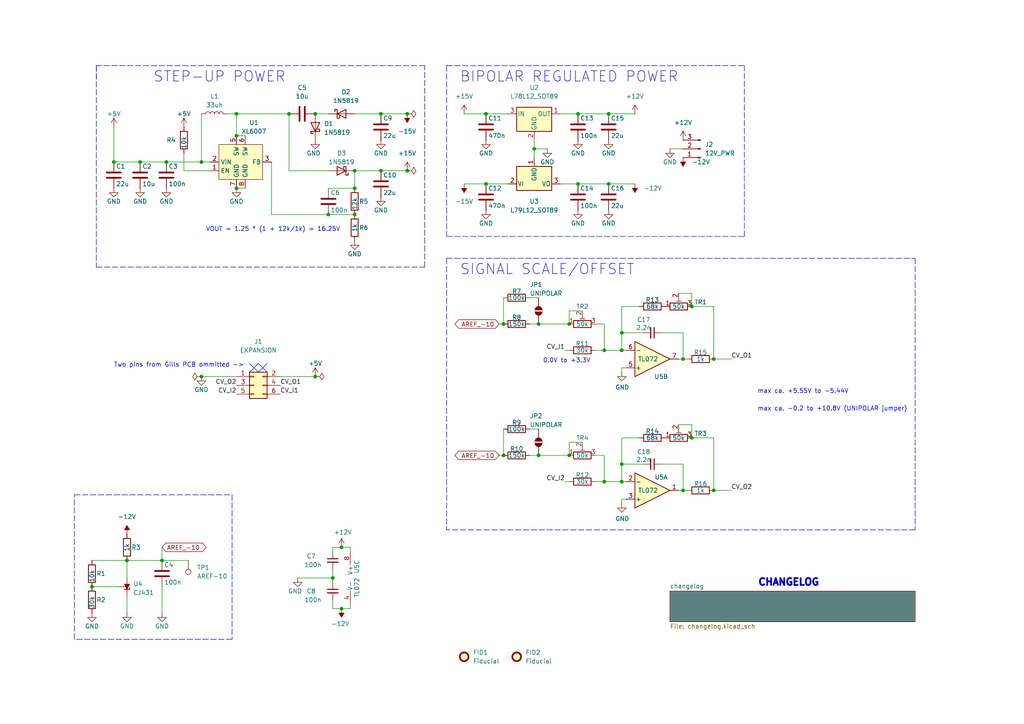
<source format=kicad_sch>
(kicad_sch (version 20250114) (generator "eeschema") (generator_version "9.0")
  (paper "A4")
  (title_block (date "2024-11-08") (rev "v0.3"))
  (lib_symbols
    (symbol "Amplifier_Operational:TL072" (pin_names (offset 0.127))
      (property "Reference" "U" (at 0 5.08 0))
      (property "Value" "TL072" (at 0 -5.08 0))
      (symbol "TL072_1_1"
        (polyline (pts (xy -5.08 5.08) (xy 5.08 0) (xy -5.08 -5.08) (xy -5.08 5.08)) (stroke (width 0.254)) (fill (type background)))
        (pin input line (at -7.62 2.54 0) (length 2.54) (name "+") (number "3"))
        (pin input line (at -7.62 -2.54 0) (length 2.54) (name "-") (number "2"))
        (pin output line (at 7.62 0 180) (length 2.54) (name "~") (number "1"))
      )
      (symbol "TL072_2_1"
        (polyline (pts (xy -5.08 5.08) (xy 5.08 0) (xy -5.08 -5.08) (xy -5.08 5.08)) (stroke (width 0.254)) (fill (type background)))
        (pin input line (at -7.62 2.54 0) (length 2.54) (name "+") (number "5"))
        (pin input line (at -7.62 -2.54 0) (length 2.54) (name "-") (number "6"))
        (pin output line (at 7.62 0 180) (length 2.54) (name "~") (number "7"))
      )
      (symbol "TL072_3_1"
        (pin power_in line (at -2.54 7.62 270) (length 3.81) (name "V+") (number "8"))
        (pin power_in line (at -2.54 -7.62 90) (length 3.81) (name "V-") (number "4"))
      )
    )
    (symbol "Connector:Conn_01x03_Pin" (pin_names (offset 1.016) (hide yes))
      (property "Reference" "J" (at 0 5.08 0))
      (property "Value" "Conn_01x03_Pin" (at 0 -5.08 0))
      (symbol "Conn_01x03_Pin_1_1"
        (rectangle (start 0.8636 2.667) (end 0 2.413) (stroke (width 0.1524)) (fill (type outline)))
        (rectangle (start 0.8636 0.127) (end 0 -0.127) (stroke (width 0.1524)) (fill (type outline)))
        (rectangle (start 0.8636 -2.413) (end 0 -2.667) (stroke (width 0.1524)) (fill (type outline)))
        (polyline (pts (xy 1.27 2.54) (xy 0.8636 2.54)) (stroke (width 0.1524)))
        (polyline (pts (xy 1.27 0) (xy 0.8636 0)) (stroke (width 0.1524)))
        (polyline (pts (xy 1.27 -2.54) (xy 0.8636 -2.54)) (stroke (width 0.1524)))
        (pin passive line (at 5.08 2.54 180) (length 3.81) (name "Pin_1") (number "1"))
        (pin passive line (at 5.08 0 180) (length 3.81) (name "Pin_2") (number "2"))
        (pin passive line (at 5.08 -2.54 180) (length 3.81) (name "Pin_3") (number "3"))
      )
    )
    (symbol "Connector:TestPoint" (pin_numbers (hide yes)) (pin_names (offset 0.762) (hide yes))
      (property "Reference" "TP" (at 0 6.858 0))
      (property "Value" "TestPoint" (at 0 5.08 0))
      (symbol "TestPoint_0_1"
        (circle (center 0 3.302) (radius 0.762))
      )
      (symbol "TestPoint_1_1"
        (pin passive line (at 0 0 90) (length 2.54) (name "1") (number "1"))
      )
    )
    (symbol "Connector_Generic:Conn_02x03_Odd_Even" (pin_names (offset 1.016) (hide yes))
      (property "Reference" "J" (at 1.27 5.08 0))
      (property "Value" "Conn_02x03_Odd_Even" (at 1.27 -5.08 0))
      (symbol "Conn_02x03_Odd_Even_1_1"
        (rectangle (start -1.27 3.81) (end 3.81 -3.81) (stroke (width 0.254)) (fill (type background)))
        (rectangle (start -1.27 2.667) (end 0 2.413) (stroke (width 0.1524)))
        (rectangle (start -1.27 0.127) (end 0 -0.127) (stroke (width 0.1524)))
        (rectangle (start -1.27 -2.413) (end 0 -2.667) (stroke (width 0.1524)))
        (rectangle (start 3.81 2.667) (end 2.54 2.413) (stroke (width 0.1524)))
        (rectangle (start 3.81 0.127) (end 2.54 -0.127) (stroke (width 0.1524)))
        (rectangle (start 3.81 -2.413) (end 2.54 -2.667) (stroke (width 0.1524)))
        (pin passive line (at -5.08 2.54 0) (length 3.81) (name "Pin_1") (number "1"))
        (pin passive line (at -5.08 0 0) (length 3.81) (name "Pin_3") (number "3"))
        (pin passive line (at -5.08 -2.54 0) (length 3.81) (name "Pin_5") (number "5"))
        (pin passive line (at 7.62 2.54 180) (length 3.81) (name "Pin_2") (number "2"))
        (pin passive line (at 7.62 0 180) (length 3.81) (name "Pin_4") (number "4"))
        (pin passive line (at 7.62 -2.54 180) (length 3.81) (name "Pin_6") (number "6"))
      )
    )
    (symbol "Device:C" (pin_numbers (hide yes)) (pin_names (offset 0.254))
      (property "Reference" "C" (at 0.635 2.54 0))
      (property "Value" "C" (at 0.635 -2.54 0))
      (symbol "C_0_1"
        (polyline (pts (xy -2.032 0.762) (xy 2.032 0.762)) (stroke (width 0.508)))
        (polyline (pts (xy -2.032 -0.762) (xy 2.032 -0.762)) (stroke (width 0.508)))
      )
      (symbol "C_1_1"
        (pin passive line (at 0 3.81 270) (length 2.794) (name "~") (number "1"))
        (pin passive line (at 0 -3.81 90) (length 2.794) (name "~") (number "2"))
      )
    )
    (symbol "Device:C_Small" (pin_numbers (hide yes)) (pin_names (offset 0.254) (hide yes))
      (property "Reference" "C" (at 0.254 1.778 0))
      (property "Value" "C_Small" (at 0.254 -2.032 0))
      (symbol "C_Small_0_1"
        (polyline (pts (xy -1.524 0.508) (xy 1.524 0.508)) (stroke (width 0.3048)))
        (polyline (pts (xy -1.524 -0.508) (xy 1.524 -0.508)) (stroke (width 0.3302)))
      )
      (symbol "C_Small_1_1"
        (pin passive line (at 0 2.54 270) (length 2.032) (name "~") (number "1"))
        (pin passive line (at 0 -2.54 90) (length 2.032) (name "~") (number "2"))
      )
    )
    (symbol "Device:D_Schottky" (pin_numbers (hide yes)) (pin_names (offset 1.016) (hide yes))
      (property "Reference" "D" (at 0 2.54 0))
      (property "Value" "D_Schottky" (at 0 -2.54 0))
      (symbol "D_Schottky_0_1"
        (polyline (pts (xy -1.905 0.635) (xy -1.905 1.27) (xy -1.27 1.27) (xy -1.27 -1.27) (xy -0.635 -1.27) (xy -0.635 -0.635)) (stroke (width 0.254)))
        (polyline (pts (xy 1.27 1.27) (xy 1.27 -1.27) (xy -1.27 0) (xy 1.27 1.27)) (stroke (width 0.254)))
        (polyline (pts (xy 1.27 0) (xy -1.27 0)))
      )
      (symbol "D_Schottky_1_1"
        (pin passive line (at -3.81 0 0) (length 2.54) (name "K") (number "1"))
        (pin passive line (at 3.81 0 180) (length 2.54) (name "A") (number "2"))
      )
    )
    (symbol "Device:L" (pin_numbers (hide yes)) (pin_names (offset 1.016) (hide yes))
      (property "Reference" "L" (at -1.27 0 90))
      (property "Value" "L" (at 1.905 0 90))
      (symbol "L_0_1"
        (arc (start 0 2.54) (mid 0.6323 1.905) (end 0 1.27))
        (arc (start 0 1.27) (mid 0.6323 0.635) (end 0 0))
        (arc (start 0 0) (mid 0.6323 -0.635) (end 0 -1.27))
        (arc (start 0 -1.27) (mid 0.6323 -1.905) (end 0 -2.54))
      )
      (symbol "L_1_1"
        (pin passive line (at 0 3.81 270) (length 1.27) (name "1") (number "1"))
        (pin passive line (at 0 -3.81 90) (length 1.27) (name "2") (number "2"))
      )
    )
    (symbol "Device:R" (pin_numbers (hide yes)) (pin_names (offset 0))
      (property "Reference" "R" (at 2.032 0 90))
      (property "Value" "R" (at 0 0 90))
      (symbol "R_0_1"
        (rectangle (start -1.016 -2.54) (end 1.016 2.54) (stroke (width 0.254)))
      )
      (symbol "R_1_1"
        (pin passive line (at 0 3.81 270) (length 1.27) (name "~") (number "1"))
        (pin passive line (at 0 -3.81 90) (length 1.27) (name "~") (number "2"))
      )
    )
    (symbol "Jumper:SolderJumper_2_Open" (pin_numbers (hide yes)) (pin_names (offset 0) (hide yes)) (in_bom no)
      (property "Reference" "JP" (at 0 2.032 0))
      (property "Value" "SolderJumper_2_Open" (at 0 -2.54 0))
      (symbol "SolderJumper_2_Open_0_1"
        (polyline (pts (xy -0.254 1.016) (xy -0.254 -1.016)))
        (arc (start -0.254 -1.016) (mid -1.2656 0) (end -0.254 1.016))
        (arc (start -0.254 -1.016) (mid -1.2656 0) (end -0.254 1.016) (fill (type outline)))
        (arc (start 0.254 1.016) (mid 1.2656 0) (end 0.254 -1.016))
        (arc (start 0.254 1.016) (mid 1.2656 0) (end 0.254 -1.016) (fill (type outline)))
        (polyline (pts (xy 0.254 1.016) (xy 0.254 -1.016)))
      )
      (symbol "SolderJumper_2_Open_1_1"
        (pin passive line (at -3.81 0 0) (length 2.54) (name "A") (number "1"))
        (pin passive line (at 3.81 0 180) (length 2.54) (name "B") (number "2"))
      )
    )
    (symbol "Mechanical:Fiducial"
      (property "Reference" "FID" (at 0 5.08 0))
      (property "Value" "Fiducial" (at 0 3.175 0))
      (symbol "Fiducial_0_1"
        (circle (center 0 0) (radius 1.27) (stroke (width 0.508)) (fill (type background)))
      )
    )
    (symbol "New_Library:R_POT_TRIM" (pin_names (offset 1.016) (hide yes))
      (property "Reference" "TR1" (at -2.54 0 90))
      (property "Value" "50k" (at 0 0 90))
      (symbol "R_POT_TRIM_0_1"
        (rectangle (start 1.016 2.54) (end -1.016 -2.54) (stroke (width 0.254)))
        (polyline (pts (xy 1.524 0.762) (xy 1.524 -0.762)))
        (polyline (pts (xy 2.54 0) (xy 1.524 0)))
      )
      (symbol "R_POT_TRIM_1_1"
        (pin passive line (at 0 3.81 270) (length 1.27) (name "1") (number "1"))
        (pin passive line (at 0 -3.81 90) (length 1.27) (name "3") (number "3"))
        (pin passive line (at 3.81 0 180) (length 1.27) (name "2") (number "2"))
      )
    )
    (symbol "New_Library:XL6007"
      (property "Reference" "U17" (at 3.81 11.43 0))
      (property "Value" "XL6007" (at 3.81 8.89 0))
      (symbol "XL6007_0_1"
        (rectangle (start -6.35 5.08) (end 6.35 -5.08) (fill (type background)))
      )
      (symbol "XL6007_1_1"
        (pin power_in line (at -8.89 0 0) (length 2.54) (name "VIN") (number "2"))
        (pin input line (at -8.89 -2.54 0) (length 2.54) (name "EN") (number "1"))
        (pin passive line (at -1.27 7.62 270) (length 2.54) (name "SW") (number "5"))
        (pin passive line (at -1.27 -7.62 90) (length 2.54) (name "GND") (number "7"))
        (pin passive line (at -1.27 -7.62 90) (length 2.54) (hide yes) (name "GND") (number "9"))
        (pin passive line (at 1.27 7.62 270) (length 2.54) (name "SW") (number "6"))
        (pin passive line (at 1.27 -7.62 90) (length 2.54) (name "GND") (number "8"))
        (pin no_connect line (at 3.81 -7.62 90) (length 2.54) (hide yes) (name "NC") (number "4"))
        (pin input line (at 8.89 0 180) (length 2.54) (name "FB") (number "3"))
      )
    )
    (symbol "Reference_Voltage:TL432DBZ" (pin_numbers (hide yes)) (pin_names (hide yes))
      (property "Reference" "U" (at -2.54 2.54 0))
      (property "Value" "TL432DBZ" (at 0 -2.54 0))
      (symbol "TL432DBZ_0_1"
        (polyline (pts (xy -1.27 0) (xy 0 0) (xy 1.27 0)))
        (polyline (pts (xy -0.762 -0.762) (xy -0.762 0.762) (xy 0.762 0) (xy -0.762 -0.762)) (fill (type outline)))
        (polyline (pts (xy 0.254 -0.762) (xy 0.762 -0.762) (xy 0.762 0.762) (xy 0.762 0.762)) (stroke (width 0.254)))
      )
      (symbol "TL432DBZ_1_1"
        (pin passive line (at -2.54 0 0) (length 1.27) (name "A") (number "3"))
        (pin passive line (at 0 2.54 270) (length 2.54) (name "REF") (number "1"))
        (pin passive line (at 2.54 0 180) (length 1.27) (name "K") (number "2"))
      )
    )
    (symbol "Regulator_Linear:L78L12_SOT89" (pin_names (offset 0.254))
      (property "Reference" "U" (at -3.81 3.175 0))
      (property "Value" "L78L12_SOT89" (at -0.635 3.175 0))
      (symbol "L78L12_SOT89_0_1"
        (rectangle (start -5.08 1.905) (end 5.08 -5.08) (stroke (width 0.254)) (fill (type background)))
      )
      (symbol "L78L12_SOT89_1_1"
        (pin power_in line (at -7.62 0 0) (length 2.54) (name "IN") (number "3"))
        (pin power_in line (at 0 -7.62 90) (length 2.54) (name "GND") (number "2"))
        (pin power_out line (at 7.62 0 180) (length 2.54) (name "OUT") (number "1"))
      )
    )
    (symbol "Regulator_Linear:L79L12_SOT89" (pin_names (offset 0.254))
      (property "Reference" "U" (at -3.81 -3.175 0))
      (property "Value" "L79L12_SOT89" (at 0 -3.175 0))
      (symbol "L79L12_SOT89_0_1"
        (rectangle (start -5.08 5.08) (end 5.08 -1.905) (stroke (width 0.254)) (fill (type background)))
      )
      (symbol "L79L12_SOT89_1_1"
        (pin power_in line (at -7.62 0 0) (length 2.54) (name "VI") (number "2"))
        (pin power_in line (at 0 7.62 270) (length 2.54) (name "GND") (number "1"))
        (pin power_out line (at 7.62 0 180) (length 2.54) (name "VO") (number "3"))
      )
    )
    (symbol "power:+12V" (power) (pin_numbers (hide yes)) (pin_names (offset 0) (hide yes))
      (property "Value" "+12V" (at 0 3.556 0))
      (symbol "+12V_0_1"
        (polyline (pts (xy -0.762 1.27) (xy 0 2.54)))
        (polyline (pts (xy 0 2.54) (xy 0.762 1.27)))
        (polyline (pts (xy 0 0) (xy 0 2.54)))
      )
      (symbol "+12V_1_1"
        (pin power_in line (at 0 0 90) (length 0) (name "~") (number "1"))
      )
    )
    (symbol "power:+15V" (power) (pin_numbers (hide yes)) (pin_names (offset 0) (hide yes))
      (property "Value" "+15V" (at 0 3.556 0))
      (symbol "+15V_0_1"
        (polyline (pts (xy -0.762 1.27) (xy 0 2.54)))
        (polyline (pts (xy 0 2.54) (xy 0.762 1.27)))
        (polyline (pts (xy 0 0) (xy 0 2.54)))
      )
      (symbol "+15V_1_1"
        (pin power_in line (at 0 0 90) (length 0) (name "~") (number "1"))
      )
    )
    (symbol "power:+5V" (power) (pin_numbers (hide yes)) (pin_names (offset 0) (hide yes))
      (property "Value" "+5V" (at 0 3.556 0))
      (symbol "+5V_0_1"
        (polyline (pts (xy -0.762 1.27) (xy 0 2.54)))
        (polyline (pts (xy 0 2.54) (xy 0.762 1.27)))
        (polyline (pts (xy 0 0) (xy 0 2.54)))
      )
      (symbol "+5V_1_1"
        (pin power_in line (at 0 0 90) (length 0) (name "~") (number "1"))
      )
    )
    (symbol "power:-12V" (power) (pin_numbers (hide yes)) (pin_names (offset 0) (hide yes))
      (property "Value" "-12V" (at 0 3.556 0))
      (symbol "-12V_0_0"
        (pin power_in line (at 0 0 90) (length 0) (name "~") (number "1"))
      )
      (symbol "-12V_0_1"
        (polyline (pts (xy 0 0) (xy 0 1.27) (xy 0.762 1.27) (xy 0 2.54) (xy -0.762 1.27) (xy 0 1.27)) (fill (type outline)))
      )
    )
    (symbol "power:-15V" (power) (pin_numbers (hide yes)) (pin_names (offset 0) (hide yes))
      (property "Value" "-15V" (at 0 3.556 0))
      (symbol "-15V_0_0"
        (pin power_in line (at 0 0 90) (length 0) (name "~") (number "1"))
      )
      (symbol "-15V_0_1"
        (polyline (pts (xy 0 0) (xy 0 1.27) (xy 0.762 1.27) (xy 0 2.54) (xy -0.762 1.27) (xy 0 1.27)) (fill (type outline)))
      )
    )
    (symbol "power:GND" (power) (pin_numbers (hide yes)) (pin_names (offset 0) (hide yes))
      (property "Value" "GND" (at 0 -3.81 0))
      (symbol "GND_0_1"
        (polyline (pts (xy 0 0) (xy 0 -1.27) (xy 1.27 -1.27) (xy 0 -2.54) (xy -1.27 -1.27) (xy 0 -1.27)))
      )
      (symbol "GND_1_1"
        (pin power_in line (at 0 0 270) (length 0) (name "~") (number "1"))
      )
    )
    (symbol "power:PWR_FLAG" (power) (pin_numbers (hide yes)) (pin_names (offset 0) (hide yes))
      (property "Value" "PWR_FLAG" (at 0 3.81 0))
      (symbol "PWR_FLAG_0_0"
        (pin power_out line (at 0 0 90) (length 0) (name "~") (number "1"))
      )
      (symbol "PWR_FLAG_0_1"
        (polyline (pts (xy 0 0) (xy 0 1.27) (xy -1.016 1.905) (xy 0 2.54) (xy 1.016 1.905) (xy 0 1.27)))
      )
    )
  )
  (text "max ca. +5.55V to -5.44V" (at 219.71 114.3 0) (effects (font (size 1.27 1.27)) (justify left bottom)))
  (text "0.0V to +3.3V" (at 157.48 105.41 0) (effects (font (size 1.27 1.27)) (justify left bottom)))
  (text "VOUT = 1.25 * (1 + 12k/1k) = 16.25V" (at 59.69 67.31 0) (effects (font (size 1.27 1.27)) (justify left bottom)))
  (text "SIGNAL SCALE/OFFSET" (at 133.35 80.01 0) (effects (font (size 3 3)) (justify left bottom)))
  (text "STEP-UP POWER" (at 44.45 24.13 0) (effects (font (size 3 3)) (justify left bottom)))
  (text "CHANGELOG" (at 219.71 170.18 0) (effects (font (size 2 2) (thickness 0.6) (bold yes)) (justify left bottom)))
  (text "max ca. -0.2 to +10.8V (UNIPOLAR jumper)" (at 219.71 119.38 0) (effects (font (size 1.27 1.27)) (justify left bottom)))
  (text "Two pins from Gills PCB ommitted ->" (at 33.02 106.68 0) (effects (font (size 1.27 1.27)) (justify left bottom)))
  (text "BIPOLAR REGULATED POWER" (at 133.35 24.13 0) (effects (font (size 3 3)) (justify left bottom)))
  (junction (at 140.97 53.34))
  (junction (at 99.06 158.75))
  (junction (at 175.26 139.7))
  (junction (at 207.01 104.14))
  (junction (at 118.11 33.02))
  (junction (at 110.49 49.53))
  (junction (at 40.64 46.99))
  (junction (at 154.94 43.18))
  (junction (at 96.52 167.64))
  (junction (at 180.34 139.7))
  (junction (at 110.49 33.02))
  (junction (at 48.26 46.99))
  (junction (at 165.1 93.98))
  (junction (at 146.05 132.08))
  (junction (at 180.34 96.52))
  (junction (at 200.66 88.9))
  (junction (at 99.06 176.53))
  (junction (at 95.25 62.23))
  (junction (at 102.87 62.23))
  (junction (at 165.1 132.08))
  (junction (at 207.01 142.24))
  (junction (at 176.53 53.34))
  (junction (at 26.67 170.18))
  (junction (at 46.99 162.56))
  (junction (at 156.21 132.08))
  (junction (at 140.97 33.02))
  (junction (at 33.02 46.99))
  (junction (at 167.64 53.34))
  (junction (at 156.21 93.98))
  (junction (at 91.44 109.22))
  (junction (at 102.87 49.53))
  (junction (at 68.58 39.37))
  (junction (at 180.34 101.6))
  (junction (at 58.42 109.22))
  (junction (at 58.42 46.99))
  (junction (at 83.82 33.02))
  (junction (at 198.12 104.14))
  (junction (at 36.83 162.56))
  (junction (at 200.66 127))
  (junction (at 198.12 142.24))
  (junction (at 180.34 134.62))
  (junction (at 176.53 33.02))
  (junction (at 102.87 54.61))
  (junction (at 146.05 93.98))
  (junction (at 175.26 101.6))
  (junction (at 68.58 54.61))
  (junction (at 91.44 33.02))
  (junction (at 167.64 33.02))
  (junction (at 68.58 33.02))
  (junction (at 118.11 49.53))
  (wire (pts (xy 172.72 93.98) (xy 175.26 93.98)))
  (wire (pts (xy 102.87 49.53) (xy 102.87 54.61)))
  (wire (pts (xy 191.77 96.52) (xy 198.12 96.52)))
  (wire (pts (xy 156.21 132.08) (xy 165.1 132.08)))
  (wire (pts (xy 200.66 85.09) (xy 200.66 88.9)))
  (wire (pts (xy 68.58 39.37) (xy 71.12 39.37)))
  (wire (pts (xy 207.01 88.9) (xy 207.01 104.14)))
  (wire (pts (xy 186.69 96.52) (xy 180.34 96.52)))
  (wire (pts (xy 78.74 62.23) (xy 95.25 62.23)))
  (polyline (pts (xy 27.94 77.47) (xy 123.19 77.47)) (stroke (width 0) (type dash)))
  (wire (pts (xy 154.94 43.18) (xy 154.94 45.72)))
  (wire (pts (xy 91.44 33.02) (xy 95.25 33.02)))
  (wire (pts (xy 96.52 173.99) (xy 96.52 176.53)))
  (wire (pts (xy 168.91 90.17) (xy 165.1 90.17)))
  (polyline (pts (xy 27.94 19.05) (xy 27.94 22.86)) (stroke (width 0) (type dash)))
  (wire (pts (xy 83.82 49.53) (xy 95.25 49.53)))
  (wire (pts (xy 180.34 139.7) (xy 181.61 139.7)))
  (wire (pts (xy 198.12 134.62) (xy 198.12 142.24)))
  (wire (pts (xy 165.1 128.27) (xy 165.1 132.08)))
  (wire (pts (xy 53.34 44.45) (xy 53.34 49.53)))
  (polyline (pts (xy 77.47 107.95) (xy 74.93 105.41)) (stroke (width 0) (type solid)))
  (wire (pts (xy 191.77 134.62) (xy 198.12 134.62)))
  (wire (pts (xy 96.52 158.75) (xy 99.06 158.75)))
  (wire (pts (xy 58.42 33.02) (xy 58.42 46.99)))
  (wire (pts (xy 180.34 106.68) (xy 181.61 106.68)))
  (wire (pts (xy 40.64 46.99) (xy 48.26 46.99)))
  (wire (pts (xy 83.82 33.02) (xy 83.82 49.53)))
  (wire (pts (xy 180.34 88.9) (xy 185.42 88.9)))
  (wire (pts (xy 134.62 33.02) (xy 140.97 33.02)))
  (wire (pts (xy 163.83 101.6) (xy 165.1 101.6)))
  (wire (pts (xy 162.56 33.02) (xy 167.64 33.02)))
  (wire (pts (xy 99.06 158.75) (xy 101.6 158.75)))
  (wire (pts (xy 54.61 162.56) (xy 46.99 162.56)))
  (wire (pts (xy 180.34 101.6) (xy 180.34 96.52)))
  (wire (pts (xy 167.64 33.02) (xy 176.53 33.02)))
  (wire (pts (xy 99.06 176.53) (xy 101.6 176.53)))
  (wire (pts (xy 200.66 127) (xy 207.01 127)))
  (polyline (pts (xy 129.54 19.05) (xy 129.54 68.58)) (stroke (width 0) (type dash)))
  (wire (pts (xy 172.72 101.6) (xy 175.26 101.6)))
  (wire (pts (xy 196.85 123.19) (xy 200.66 123.19)))
  (wire (pts (xy 180.34 101.6) (xy 181.61 101.6)))
  (polyline (pts (xy 123.19 19.05) (xy 27.94 19.05)) (stroke (width 0) (type dash)))
  (wire (pts (xy 167.64 53.34) (xy 176.53 53.34)))
  (wire (pts (xy 68.58 33.02) (xy 68.58 39.37)))
  (wire (pts (xy 144.78 93.98) (xy 146.05 93.98)))
  (wire (pts (xy 36.83 162.56) (xy 46.99 162.56)))
  (wire (pts (xy 172.72 139.7) (xy 175.26 139.7)))
  (wire (pts (xy 156.21 93.98) (xy 153.67 93.98)))
  (wire (pts (xy 134.62 53.34) (xy 140.97 53.34)))
  (wire (pts (xy 40.64 46.99) (xy 33.02 46.99)))
  (wire (pts (xy 26.67 162.56) (xy 36.83 162.56)))
  (polyline (pts (xy 265.43 74.93) (xy 265.43 153.67)) (stroke (width 0) (type dash)))
  (polyline (pts (xy 129.54 74.93) (xy 129.54 153.67)) (stroke (width 0) (type dash)))
  (wire (pts (xy 53.34 49.53) (xy 60.96 49.53)))
  (wire (pts (xy 175.26 139.7) (xy 175.26 132.08)))
  (wire (pts (xy 207.01 127) (xy 207.01 142.24)))
  (wire (pts (xy 165.1 90.17) (xy 165.1 93.98)))
  (wire (pts (xy 118.11 33.02) (xy 110.49 33.02)))
  (polyline (pts (xy 27.94 19.05) (xy 27.94 77.47)) (stroke (width 0) (type dash)))
  (wire (pts (xy 96.52 167.64) (xy 96.52 168.91)))
  (wire (pts (xy 101.6 176.53) (xy 101.6 175.26)))
  (wire (pts (xy 95.25 54.61) (xy 102.87 54.61)))
  (polyline (pts (xy 21.59 185.42) (xy 21.59 143.51)) (stroke (width 0) (type dash)))
  (wire (pts (xy 186.69 134.62) (xy 180.34 134.62)))
  (wire (pts (xy 207.01 142.24) (xy 212.09 142.24)))
  (polyline (pts (xy 265.43 153.67) (xy 129.54 153.67)) (stroke (width 0) (type dash)))
  (wire (pts (xy 102.87 49.53) (xy 110.49 49.53)))
  (wire (pts (xy 196.85 85.09) (xy 200.66 85.09)))
  (wire (pts (xy 156.21 93.98) (xy 165.1 93.98)))
  (wire (pts (xy 207.01 104.14) (xy 212.09 104.14)))
  (wire (pts (xy 110.49 49.53) (xy 118.11 49.53)))
  (wire (pts (xy 96.52 158.75) (xy 96.52 160.02)))
  (polyline (pts (xy 74.93 107.95) (xy 72.39 105.41)) (stroke (width 0) (type solid)))
  (wire (pts (xy 200.66 88.9) (xy 207.01 88.9)))
  (wire (pts (xy 153.67 86.36) (xy 156.21 86.36)))
  (wire (pts (xy 26.67 170.18) (xy 34.29 170.18)))
  (wire (pts (xy 36.83 167.64) (xy 36.83 162.56)))
  (wire (pts (xy 91.44 109.22) (xy 81.28 109.22)))
  (polyline (pts (xy 72.39 107.95) (xy 74.93 105.41)) (stroke (width 0) (type solid)))
  (wire (pts (xy 163.83 139.7) (xy 165.1 139.7)))
  (wire (pts (xy 68.58 109.22) (xy 58.42 109.22)))
  (wire (pts (xy 162.56 53.34) (xy 167.64 53.34)))
  (polyline (pts (xy 129.54 68.58) (xy 215.9 68.58)) (stroke (width 0) (type dash)))
  (wire (pts (xy 78.74 46.99) (xy 78.74 62.23)))
  (wire (pts (xy 176.53 53.34) (xy 184.15 53.34)))
  (wire (pts (xy 95.25 62.23) (xy 102.87 62.23)))
  (wire (pts (xy 101.6 160.02) (xy 101.6 158.75)))
  (wire (pts (xy 180.34 139.7) (xy 180.34 134.62)))
  (wire (pts (xy 146.05 86.36) (xy 146.05 93.98)))
  (wire (pts (xy 33.02 36.83) (xy 33.02 46.99)))
  (wire (pts (xy 196.85 104.14) (xy 198.12 104.14)))
  (wire (pts (xy 48.26 46.99) (xy 58.42 46.99)))
  (wire (pts (xy 175.26 101.6) (xy 175.26 93.98)))
  (wire (pts (xy 96.52 176.53) (xy 99.06 176.53)))
  (wire (pts (xy 96.52 165.1) (xy 96.52 167.64)))
  (wire (pts (xy 46.99 170.18) (xy 46.99 177.8)))
  (wire (pts (xy 168.91 128.27) (xy 165.1 128.27)))
  (polyline (pts (xy 67.31 143.51) (xy 67.31 185.42)) (stroke (width 0) (type dash)))
  (wire (pts (xy 180.34 127) (xy 185.42 127)))
  (wire (pts (xy 175.26 139.7) (xy 180.34 139.7)))
  (wire (pts (xy 154.94 43.18) (xy 154.94 40.64)))
  (wire (pts (xy 146.05 124.46) (xy 146.05 132.08)))
  (wire (pts (xy 156.21 132.08) (xy 153.67 132.08)))
  (wire (pts (xy 198.12 104.14) (xy 199.39 104.14)))
  (polyline (pts (xy 215.9 68.58) (xy 215.9 19.05)) (stroke (width 0) (type dash)))
  (wire (pts (xy 180.34 107.95) (xy 180.34 106.68)))
  (wire (pts (xy 140.97 53.34) (xy 147.32 53.34)))
  (wire (pts (xy 180.34 134.62) (xy 180.34 127)))
  (wire (pts (xy 176.53 33.02) (xy 184.15 33.02)))
  (wire (pts (xy 140.97 33.02) (xy 147.32 33.02)))
  (wire (pts (xy 153.67 124.46) (xy 156.21 124.46)))
  (wire (pts (xy 86.36 167.64) (xy 96.52 167.64)))
  (wire (pts (xy 180.34 146.05) (xy 180.34 144.78)))
  (polyline (pts (xy 123.19 77.47) (xy 123.19 19.05)) (stroke (width 0) (type dash)))
  (wire (pts (xy 180.34 96.52) (xy 180.34 88.9)))
  (polyline (pts (xy 74.93 107.95) (xy 77.47 105.41)) (stroke (width 0) (type solid)))
  (wire (pts (xy 180.34 144.78) (xy 181.61 144.78)))
  (wire (pts (xy 196.85 142.24) (xy 198.12 142.24)))
  (wire (pts (xy 58.42 46.99) (xy 60.96 46.99)))
  (wire (pts (xy 144.78 132.08) (xy 146.05 132.08)))
  (wire (pts (xy 102.87 33.02) (xy 110.49 33.02)))
  (wire (pts (xy 200.66 123.19) (xy 200.66 127)))
  (wire (pts (xy 198.12 142.24) (xy 199.39 142.24)))
  (wire (pts (xy 198.12 96.52) (xy 198.12 104.14)))
  (wire (pts (xy 194.31 43.18) (xy 198.12 43.18)))
  (polyline (pts (xy 129.54 19.05) (xy 215.9 19.05)) (stroke (width 0) (type dash)))
  (polyline (pts (xy 67.31 185.42) (xy 21.59 185.42)) (stroke (width 0) (type dash)))
  (wire (pts (xy 68.58 54.61) (xy 71.12 54.61)))
  (wire (pts (xy 158.75 43.18) (xy 154.94 43.18)))
  (wire (pts (xy 66.04 33.02) (xy 68.58 33.02)))
  (polyline (pts (xy 21.59 143.51) (xy 67.31 143.51)) (stroke (width 0) (type dash)))
  (wire (pts (xy 175.26 101.6) (xy 180.34 101.6)))
  (wire (pts (xy 68.58 33.02) (xy 83.82 33.02)))
  (wire (pts (xy 172.72 132.08) (xy 175.26 132.08)))
  (wire (pts (xy 36.83 172.72) (xy 36.83 177.8)))
  (polyline (pts (xy 129.54 74.93) (xy 265.43 74.93)) (stroke (width 0) (type dash)))
  (wire (pts (xy 46.99 158.75) (xy 46.99 162.56)))
  (label "CV_I2" (at 163.83 139.7 180))
  (label "CV_O2" (at 68.58 111.76 180))
  (label "CV_I1" (at 81.28 114.3 0))
  (label "CV_I2" (at 68.58 114.3 180))
  (label "CV_O1" (at 81.28 111.76 0))
  (label "CV_O2" (at 212.09 142.24 0))
  (label "CV_I1" (at 163.83 101.6 180))
  (label "CV_O1" (at 212.09 104.14 0))
  (global_label "AREF_-10" (shape bidirectional) (at 46.99 158.75 0) (effects (font (size 1.2446 1.2446))) (property "Intersheetrefs" "${INTERSHEET_REFS}" (effects (hide yes))))
  (global_label "AREF_-10" (shape bidirectional) (at 144.78 93.98 180) (effects (font (size 1.2446 1.2446))) (property "Intersheetrefs" "${INTERSHEET_REFS}" (effects (hide yes))))
  (global_label "AREF_-10" (shape bidirectional) (at 144.78 132.08 180) (effects (font (size 1.2446 1.2446))) (property "Intersheetrefs" "${INTERSHEET_REFS}" (effects (hide yes))))
  (symbol (lib_id "Jumper:SolderJumper_2_Open") (at 156.21 128.27 90) (unit 1) (in_bom no)
    (property "Reference" "JP2" (at 153.67 120.65 90) (effects (justify right)))
    (property "Value" "UNIPOLAR" (at 153.67 123.19 90) (effects (justify right)))
    (property "Footprint" "Library:SolderJumper-2_0603_Open" (effects (hide yes)))
    (property "Description" "Solder Jumper, 2-pole, open" (effects (hide yes)))
  )
  (symbol (lib_id "Device:C") (at 46.99 166.37 0) (unit 1)
    (property "Reference" "C4" (at 47.625 163.83 0) (effects (justify left)))
    (property "Value" "100n" (at 47.625 168.91 0) (effects (justify left)))
    (property "Footprint" "Capacitor_SMD:C_0603_1608Metric" (effects (hide yes)))
  )
  (symbol (lib_id "Device:C") (at 110.49 53.34 0) (unit 1)
    (property "Reference" "C10" (at 111.125 50.8 0) (effects (justify left)))
    (property "Value" "22u" (at 111.125 55.88 0) (effects (justify left)))
    (property "Footprint" "Capacitor_SMD:C_0805_2012Metric" (effects (hide yes)))
  )
  (symbol (lib_id "power:GND") (at 110.49 57.15 0) (unit 1)
    (property "Reference" "#PWR019" (effects (hide yes)))
    (property "Value" "GND" (at 110.49 60.96 0))
    (property "Description" "Power symbol creates a global label with name \"GND\" , ground" (effects (hide yes)))
  )
  (symbol (lib_id "Device:R") (at 26.67 166.37 0) (unit 1)
    (property "Reference" "R1" (at 27.94 166.37 0) (effects (justify left)))
    (property "Value" "10k" (at 26.67 168.91 90) (effects (justify left)))
    (property "Footprint" "Resistor_SMD:R_0603_1608Metric" (effects (hide yes)))
  )
  (symbol (lib_id "power:GND") (at 176.53 40.64 0) (unit 1)
    (property "Reference" "#PWR029" (effects (hide yes)))
    (property "Value" "GND" (at 176.53 44.45 0))
    (property "Description" "Power symbol creates a global label with name \"GND\" , ground" (effects (hide yes)))
  )
  (symbol (lib_id "Mechanical:Fiducial") (at 134.62 190.5 0) (unit 1) (in_bom no)
    (property "Reference" "FID1" (at 137.16 189.2299 0) (effects (justify left)))
    (property "Value" "Fiducial" (at 137.16 191.7699 0) (effects (justify left)))
    (property "Footprint" "Library:jlc_tooling_hole" (effects (hide yes)))
  )
  (symbol (lib_id "New_Library:R_POT_TRIM") (at 196.85 88.9 90) (unit 1)
    (property "Reference" "TR1" (at 203.2 87.63 90))
    (property "Value" "50k" (at 196.85 88.9 90))
    (property "Footprint" "Potentiometer_THT:Potentiometer_Bourns_3266P_Horizontal" (effects (hide yes)))
    (property "LCSC" "-" (effects (hide yes)))
  )
  (symbol (lib_id "Device:C_Small") (at 96.52 162.56 0) (unit 1)
    (property "Reference" "C7" (at 88.9 161.29 0) (effects (justify left)))
    (property "Value" "100n" (at 88.265 163.83 0) (effects (justify left)))
    (property "Footprint" "Capacitor_SMD:C_0603_1608Metric" (effects (hide yes)))
  )
  (symbol (lib_id "Device:R") (at 189.23 88.9 270) (unit 1)
    (property "Reference" "R13" (at 189.23 86.995 90))
    (property "Value" "68k" (at 189.23 88.9 90))
    (property "Footprint" "Resistor_SMD:R_0603_1608Metric" (effects (hide yes)))
  )
  (symbol (lib_id "Regulator_Linear:L79L12_SOT89") (at 154.94 53.34 0) (unit 1)
    (property "Reference" "U3" (at 154.94 58.42 0))
    (property "Value" "L79L12_SOT89" (at 154.94 60.96 0))
    (property "Footprint" "Library:SOT-89-3_clearance" (effects (hide yes)))
    (property "Datasheet" "http://www.farnell.com/datasheets/1827870.pdf" (effects (hide yes)))
  )
  (symbol (lib_id "Device:R") (at 149.86 86.36 270) (unit 1)
    (property "Reference" "R7" (at 149.86 84.455 90))
    (property "Value" "100k" (at 149.86 86.36 90))
    (property "Footprint" "Resistor_SMD:R_0603_1608Metric" (effects (hide yes)))
  )
  (symbol (lib_id "Device:R") (at 168.91 101.6 270) (unit 1)
    (property "Reference" "R11" (at 168.91 99.695 90))
    (property "Value" "30k" (at 168.91 101.6 90))
    (property "Footprint" "Resistor_SMD:R_0603_1608Metric" (effects (hide yes)))
  )
  (symbol (lib_id "power:GND") (at 33.02 54.61 0) (unit 1)
    (property "Reference" "#PWR02" (effects (hide yes)))
    (property "Value" "GND" (at 33.02 58.42 0))
    (property "Description" "Power symbol creates a global label with name \"GND\" , ground" (effects (hide yes)))
  )
  (symbol (lib_id "power:+12V") (at 198.12 40.64 0) (unit 1)
    (property "Reference" "#PWR036" (effects (hide yes)))
    (property "Value" "+12V" (at 198.12 35.56 0))
    (property "Description" "Power symbol creates a global label with name \"+12V\"" (effects (hide yes)))
  )
  (symbol (lib_id "Device:R") (at 149.86 124.46 270) (unit 1)
    (property "Reference" "R9" (at 149.86 122.555 90))
    (property "Value" "100k" (at 149.86 124.46 90))
    (property "Footprint" "Resistor_SMD:R_0603_1608Metric" (effects (hide yes)))
  )
  (symbol (lib_id "Connector:Conn_01x03_Pin") (at 203.2 43.18 180) (unit 1)
    (property "Reference" "J2" (at 204.47 41.9099 0) (effects (justify right)))
    (property "Value" "12V_PWR" (at 204.47 44.4499 0) (effects (justify right)))
    (property "Footprint" "Connector_PinHeader_2.54mm:PinHeader_1x03_P2.54mm_Vertical" (effects (hide yes)))
    (property "Description" "Generic connector, single row, 01x03, script generated" (effects (hide yes)))
  )
  (symbol (lib_id "power:GND") (at 167.64 40.64 0) (unit 1)
    (property "Reference" "#PWR027" (effects (hide yes)))
    (property "Value" "GND" (at 167.64 44.45 0))
    (property "Description" "Power symbol creates a global label with name \"GND\" , ground" (effects (hide yes)))
  )
  (symbol (lib_id "Device:D_Schottky") (at 99.06 33.02 0) (unit 1)
    (property "Reference" "D2" (at 100.33 26.67 0))
    (property "Value" "1N5819" (at 100.33 29.21 0))
    (property "Footprint" "Diode_SMD:D_SOD-323" (effects (hide yes)))
  )
  (symbol (lib_id "Device:C_Small") (at 189.23 134.62 270) (unit 1)
    (property "Reference" "C18" (at 186.69 131.0386 90))
    (property "Value" "2.2n" (at 186.69 133.35 90))
    (property "Footprint" "Capacitor_SMD:C_0603_1608Metric" (effects (hide yes)))
  )
  (symbol (lib_id "Device:D_Schottky") (at 99.06 49.53 180) (unit 1)
    (property "Reference" "D3" (at 99.06 44.45 0))
    (property "Value" "1N5819" (at 99.06 46.99 0))
    (property "Footprint" "Diode_SMD:D_SOD-323" (effects (hide yes)))
  )
  (symbol (lib_id "Device:R") (at 102.87 58.42 0) (unit 1)
    (property "Reference" "R5" (at 104.14 58.42 0) (effects (justify left)))
    (property "Value" "12k" (at 102.87 60.96 90) (effects (justify left)))
    (property "Footprint" "Resistor_SMD:R_0603_1608Metric" (effects (hide yes)))
  )
  (symbol (lib_id "power:+12V") (at 184.15 33.02 0) (unit 1)
    (property "Reference" "#PWR033" (effects (hide yes)))
    (property "Value" "+12V" (at 184.15 27.94 0))
    (property "Description" "Power symbol creates a global label with name \"+12V\"" (effects (hide yes)))
  )
  (symbol (lib_id "power:GND") (at 46.99 177.8 0) (unit 1)
    (property "Reference" "#PWR09" (effects (hide yes)))
    (property "Value" "GND" (at 46.99 181.61 0))
    (property "Description" "Power symbol creates a global label with name \"GND\" , ground" (effects (hide yes)))
  )
  (symbol (lib_id "power:PWR_FLAG") (at 58.42 109.22 90) (unit 1)
    (property "Reference" "#FLG04" (effects (hide yes)))
    (property "Value" "PWR_FLAG" (effects (hide yes)))
    (property "Description" "Special symbol for telling ERC where power comes from" (effects (hide yes)))
  )
  (symbol (lib_id "power:GND") (at 180.34 146.05 0) (unit 1)
    (property "Reference" "#PWR032" (effects (hide yes)))
    (property "Value" "GND" (at 180.467 150.4442 0))
    (property "Description" "Power symbol creates a global label with name \"GND\" , ground" (effects (hide yes)))
  )
  (symbol (lib_id "Device:D_Schottky") (at 91.44 36.83 90) (unit 1)
    (property "Reference" "D1" (at 93.98 35.8774 90) (effects (justify right)))
    (property "Value" "1N5819" (at 93.98 38.4174 90) (effects (justify right)))
    (property "Footprint" "Diode_SMD:D_SOD-323" (effects (hide yes)))
  )
  (symbol (lib_id "Connector:TestPoint") (at 54.61 162.56 180) (unit 1) (in_bom no)
    (property "Reference" "TP1" (at 57.15 164.5919 0) (effects (justify right)))
    (property "Value" "AREF-10" (at 57.15 167.1319 0) (effects (justify right)))
    (property "Footprint" "TestPoint:TestPoint_THTPad_D1.0mm_Drill0.5mm" (effects (hide yes)))
  )
  (symbol (lib_id "Jumper:SolderJumper_2_Open") (at 156.21 90.17 90) (unit 1) (in_bom no)
    (property "Reference" "JP1" (at 153.67 82.55 90) (effects (justify right)))
    (property "Value" "UNIPOLAR" (at 153.67 85.09 90) (effects (justify right)))
    (property "Footprint" "Library:SolderJumper-2_0603_Open" (effects (hide yes)))
    (property "Description" "Solder Jumper, 2-pole, open" (effects (hide yes)))
  )
  (symbol (lib_id "power:-15V") (at 134.62 53.34 180) (unit 1)
    (property "Reference" "#PWR023" (effects (hide yes)))
    (property "Value" "-15V" (at 134.62 58.42 0))
    (property "Description" "Power symbol creates a global label with name \"-15V\"" (effects (hide yes)))
  )
  (symbol (lib_id "Amplifier_Operational:TL072") (at 189.23 104.14 0) (mirror x) (unit 2)
    (property "Reference" "U5" (at 191.77 109.22 0))
    (property "Value" "TL072" (at 187.96 104.14 0))
    (property "Footprint" "Package_SO:SOIC-8_3.9x4.9mm_P1.27mm" (effects (hide yes)))
    (property "Datasheet" "http://www.ti.com/lit/ds/symlink/tl071.pdf" (effects (hide yes)))
  )
  (symbol (lib_id "power:GND") (at 176.53 60.96 0) (unit 1)
    (property "Reference" "#PWR030" (effects (hide yes)))
    (property "Value" "GND" (at 176.53 64.77 0))
    (property "Description" "Power symbol creates a global label with name \"GND\" , ground" (effects (hide yes)))
  )
  (symbol (lib_id "New_Library:R_POT_TRIM") (at 196.85 127 90) (unit 1)
    (property "Reference" "TR3" (at 203.2 125.73 90))
    (property "Value" "50k" (at 196.85 127 90))
    (property "Footprint" "Potentiometer_THT:Potentiometer_Bourns_3266P_Horizontal" (effects (hide yes)))
    (property "LCSC" "-" (effects (hide yes)))
  )
  (symbol (lib_id "Device:R") (at 203.2 142.24 270) (unit 1)
    (property "Reference" "R16" (at 203.2 140.335 90))
    (property "Value" "1k" (at 203.2 142.24 90))
    (property "Footprint" "Resistor_SMD:R_0603_1608Metric" (effects (hide yes)))
  )
  (symbol (lib_id "Device:C") (at 140.97 36.83 0) (unit 1)
    (property "Reference" "C11" (at 141.605 34.29 0) (effects (justify left)))
    (property "Value" "470n" (at 141.605 39.37 0) (effects (justify left)))
    (property "Footprint" "Capacitor_SMD:C_0603_1608Metric" (effects (hide yes)))
  )
  (symbol (lib_id "Device:C_Small") (at 96.52 171.45 0) (unit 1)
    (property "Reference" "C8" (at 88.9 171.45 0) (effects (justify left)))
    (property "Value" "100n" (at 88.265 173.99 0) (effects (justify left)))
    (property "Footprint" "Capacitor_SMD:C_0603_1608Metric" (effects (hide yes)))
  )
  (symbol (lib_id "Device:R") (at 203.2 104.14 270) (unit 1)
    (property "Reference" "R15" (at 203.2 102.235 90))
    (property "Value" "1k" (at 203.2 104.14 90))
    (property "Footprint" "Resistor_SMD:R_0603_1608Metric" (effects (hide yes)))
  )
  (symbol (lib_id "Device:R") (at 26.67 173.99 0) (unit 1)
    (property "Reference" "R2" (at 27.94 173.99 0) (effects (justify left)))
    (property "Value" "30k" (at 26.67 176.53 90) (effects (justify left)))
    (property "Footprint" "Resistor_SMD:R_0603_1608Metric" (effects (hide yes)))
  )
  (symbol (lib_id "power:-12V") (at 99.06 176.53 180) (unit 1)
    (property "Reference" "#PWR016" (effects (hide yes)))
    (property "Value" "-12V" (at 98.679 180.9242 0))
    (property "Description" "Power symbol creates a global label with name \"-12V\"" (effects (hide yes)))
  )
  (symbol (lib_id "power:GND") (at 36.83 177.8 0) (unit 1)
    (property "Reference" "#PWR06" (effects (hide yes)))
    (property "Value" "GND" (at 36.83 181.61 0))
    (property "Description" "Power symbol creates a global label with name \"GND\" , ground" (effects (hide yes)))
  )
  (symbol (lib_id "power:GND") (at 194.31 43.18 0) (unit 1)
    (property "Reference" "#PWR035" (effects (hide yes)))
    (property "Value" "GND" (at 194.31 46.99 0))
    (property "Description" "Power symbol creates a global label with name \"GND\" , ground" (effects (hide yes)))
  )
  (symbol (lib_id "Device:R") (at 149.86 132.08 270) (unit 1)
    (property "Reference" "R10" (at 149.86 130.175 90))
    (property "Value" "150k" (at 149.86 132.08 90))
    (property "Footprint" "Resistor_SMD:R_0603_1608Metric" (effects (hide yes)))
  )
  (symbol (lib_id "power:+5V") (at 53.34 36.83 0) (unit 1)
    (property "Reference" "#PWR08" (effects (hide yes)))
    (property "Value" "+5V" (at 53.34 33.02 0))
    (property "Description" "Power symbol creates a global label with name \"+5V\"" (effects (hide yes)))
  )
  (symbol (lib_id "power:GND") (at 140.97 60.96 0) (unit 1)
    (property "Reference" "#PWR025" (effects (hide yes)))
    (property "Value" "GND" (at 140.97 64.77 0))
    (property "Description" "Power symbol creates a global label with name \"GND\" , ground" (effects (hide yes)))
  )
  (symbol (lib_id "power:GND") (at 110.49 40.64 0) (unit 1)
    (property "Reference" "#PWR018" (effects (hide yes)))
    (property "Value" "GND" (at 110.49 44.45 0))
    (property "Description" "Power symbol creates a global label with name \"GND\" , ground" (effects (hide yes)))
  )
  (symbol (lib_id "Device:R") (at 53.34 40.64 0) (unit 1)
    (property "Reference" "R4" (at 48.26 40.64 0) (effects (justify left)))
    (property "Value" "10k" (at 53.34 43.18 90) (effects (justify left)))
    (property "Footprint" "Resistor_SMD:R_0603_1608Metric" (effects (hide yes)))
  )
  (symbol (lib_id "power:GND") (at 48.26 54.61 0) (unit 1)
    (property "Reference" "#PWR07" (effects (hide yes)))
    (property "Value" "GND" (at 48.26 58.42 0))
    (property "Description" "Power symbol creates a global label with name \"GND\" , ground" (effects (hide yes)))
  )
  (symbol (lib_id "Device:C") (at 110.49 36.83 0) (unit 1)
    (property "Reference" "C9" (at 111.125 34.29 0) (effects (justify left)))
    (property "Value" "22u" (at 111.125 39.37 0) (effects (justify left)))
    (property "Footprint" "Capacitor_SMD:C_0805_2012Metric" (effects (hide yes)))
  )
  (symbol (lib_id "power:+5V") (at 33.02 36.83 0) (unit 1)
    (property "Reference" "#PWR01" (effects (hide yes)))
    (property "Value" "+5V" (at 33.02 33.02 0))
    (property "Description" "Power symbol creates a global label with name \"+5V\"" (effects (hide yes)))
  )
  (symbol (lib_id "Device:R") (at 189.23 127 270) (unit 1)
    (property "Reference" "R14" (at 189.23 125.095 90))
    (property "Value" "68k" (at 189.23 127 90))
    (property "Footprint" "Resistor_SMD:R_0603_1608Metric" (effects (hide yes)))
  )
  (symbol (lib_id "Amplifier_Operational:TL072") (at 189.23 142.24 0) (mirror x) (unit 1)
    (property "Reference" "U5" (at 191.77 138.43 0))
    (property "Value" "TL072" (at 187.96 142.24 0))
    (property "Footprint" "Package_SO:SOIC-8_3.9x4.9mm_P1.27mm" (effects (hide yes)))
    (property "Datasheet" "http://www.ti.com/lit/ds/symlink/tl071.pdf" (effects (hide yes)))
  )
  (symbol (lib_id "Device:C_Small") (at 189.23 96.52 270) (unit 1)
    (property "Reference" "C17" (at 186.69 92.71 90))
    (property "Value" "2.2n" (at 186.69 95.0214 90))
    (property "Footprint" "Capacitor_SMD:C_0603_1608Metric" (effects (hide yes)))
  )
  (symbol (lib_id "power:+5V") (at 91.44 109.22 0) (mirror y) (unit 1)
    (property "Reference" "#PWR014" (effects (hide yes)))
    (property "Value" "+5V" (at 91.44 105.41 0))
    (property "Description" "Power symbol creates a global label with name \"+5V\"" (effects (hide yes)))
  )
  (symbol (lib_id "Reference_Voltage:TL432DBZ") (at 36.83 170.18 90) (mirror x) (unit 1)
    (property "Reference" "U4" (at 38.608 169.3453 90) (effects (justify right)))
    (property "Value" "CJ431" (at 38.608 171.8822 90) (effects (justify right)))
    (property "Footprint" "Package_TO_SOT_SMD:SOT-23W" (effects (hide yes)))
    (property "Datasheet" "http://www.ti.com/lit/ds/symlink/tl431.pdf" (effects (hide yes)))
    (property "Description" "Shunt Regulator, SOT-23" (effects (hide yes)))
  )
  (symbol (lib_id "power:GND") (at 40.64 54.61 0) (unit 1)
    (property "Reference" "#PWR04" (effects (hide yes)))
    (property "Value" "GND" (at 40.64 58.42 0))
    (property "Description" "Power symbol creates a global label with name \"GND\" , ground" (effects (hide yes)))
  )
  (symbol (lib_id "Device:C") (at 95.25 58.42 0) (unit 1)
    (property "Reference" "C6" (at 95.885 55.88 0) (effects (justify left)))
    (property "Value" "100n" (at 95.885 60.96 0) (effects (justify left)))
    (property "Footprint" "Capacitor_SMD:C_0603_1608Metric" (effects (hide yes)))
  )
  (symbol (lib_id "power:GND") (at 68.58 54.61 0) (unit 1)
    (property "Reference" "#PWR011" (effects (hide yes)))
    (property "Value" "GND" (at 68.58 58.42 0))
    (property "Description" "Power symbol creates a global label with name \"GND\" , ground" (effects (hide yes)))
  )
  (symbol (lib_id "Device:C") (at 176.53 57.15 0) (unit 1)
    (property "Reference" "C16" (at 177.165 54.61 0) (effects (justify left)))
    (property "Value" "22u" (at 177.165 59.69 0) (effects (justify left)))
    (property "Footprint" "Capacitor_SMD:C_0805_2012Metric" (effects (hide yes)))
  )
  (symbol (lib_id "power:GND") (at 158.75 43.18 0) (unit 1)
    (property "Reference" "#PWR026" (effects (hide yes)))
    (property "Value" "GND" (at 158.75 46.99 0))
    (property "Description" "Power symbol creates a global label with name \"GND\" , ground" (effects (hide yes)))
  )
  (symbol (lib_id "Regulator_Linear:L78L12_SOT89") (at 154.94 33.02 0) (unit 1)
    (property "Reference" "U2" (at 154.94 25.4 0))
    (property "Value" "L78L12_SOT89" (at 154.94 27.94 0))
    (property "Footprint" "Library:SOT-89-3_clearance" (effects (hide yes)))
    (property "Datasheet" "http://www.st.com/content/ccc/resource/technical/document/datasheet/15/55/e5/aa/23/5b/43/fd/CD00000446.pdf/files/CD00000446.pdf/jcr:content/translations/en.CD00000446.pdf" (effects (hide yes)))
  )
  (symbol (lib_id "power:-12V") (at 36.83 154.94 0) (unit 1)
    (property "Reference" "#PWR03" (effects (hide yes)))
    (property "Value" "-12V" (at 36.83 149.86 0))
    (property "Description" "Power symbol creates a global label with name \"-12V\"" (effects (hide yes)))
  )
  (symbol (lib_id "power:PWR_FLAG") (at 118.11 49.53 270) (unit 1)
    (property "Reference" "#FLG01" (effects (hide yes)))
    (property "Value" "PWR_FLAG" (effects (hide yes)))
    (property "Description" "Special symbol for telling ERC where power comes from" (effects (hide yes)))
  )
  (symbol (lib_id "New_Library:XL6007") (at 69.85 46.99 0) (unit 1)
    (property "Reference" "U1" (at 73.66 35.56 0))
    (property "Value" "XL6007" (at 73.66 38.1 0))
    (property "Footprint" "Package_SO:SOIC-8-1EP_3.9x4.9mm_P1.27mm_EP2.41x3.81mm" (effects (hide yes)))
  )
  (symbol (lib_id "power:+12V") (at 99.06 158.75 0) (unit 1)
    (property "Reference" "#PWR015" (effects (hide yes)))
    (property "Value" "+12V" (at 99.441 154.3558 0))
    (property "Description" "Power symbol creates a global label with name \"+12V\"" (effects (hide yes)))
  )
  (symbol (lib_id "power:GND") (at 140.97 40.64 0) (unit 1)
    (property "Reference" "#PWR024" (effects (hide yes)))
    (property "Value" "GND" (at 140.97 44.45 0))
    (property "Description" "Power symbol creates a global label with name \"GND\" , ground" (effects (hide yes)))
  )
  (symbol (lib_id "power:GND") (at 167.64 60.96 0) (unit 1)
    (property "Reference" "#PWR028" (effects (hide yes)))
    (property "Value" "GND" (at 167.64 64.77 0))
    (property "Description" "Power symbol creates a global label with name \"GND\" , ground" (effects (hide yes)))
  )
  (symbol (lib_id "Device:C") (at 167.64 36.83 0) (unit 1)
    (property "Reference" "C13" (at 168.275 34.29 0) (effects (justify left)))
    (property "Value" "100n" (at 168.275 39.37 0) (effects (justify left)))
    (property "Footprint" "Capacitor_SMD:C_0603_1608Metric" (effects (hide yes)))
  )
  (symbol (lib_id "power:PWR_FLAG") (at 91.44 109.22 270) (unit 1)
    (property "Reference" "#FLG03" (effects (hide yes)))
    (property "Value" "PWR_FLAG" (effects (hide yes)))
    (property "Description" "Special symbol for telling ERC where power comes from" (effects (hide yes)))
  )
  (symbol (lib_id "Device:L") (at 62.23 33.02 90) (unit 1)
    (property "Reference" "L1" (at 62.23 27.94 90))
    (property "Value" "33uh" (at 62.23 30.48 90))
    (property "Footprint" "Inductor_SMD:L_APV_ANR5020" (effects (hide yes)))
  )
  (symbol (lib_id "power:+15V") (at 134.62 33.02 0) (unit 1)
    (property "Reference" "#PWR022" (effects (hide yes)))
    (property "Value" "+15V" (at 134.62 27.94 0))
    (property "Description" "Power symbol creates a global label with name \"+15V\"" (effects (hide yes)))
  )
  (symbol (lib_id "Device:R") (at 149.86 93.98 270) (unit 1)
    (property "Reference" "R8" (at 149.86 92.075 90))
    (property "Value" "150k" (at 149.86 93.98 90))
    (property "Footprint" "Resistor_SMD:R_0603_1608Metric" (effects (hide yes)))
  )
  (symbol (lib_id "Device:C") (at 40.64 50.8 0) (unit 1)
    (property "Reference" "C2" (at 41.275 48.26 0) (effects (justify left)))
    (property "Value" "10u" (at 41.275 53.34 0) (effects (justify left)))
    (property "Footprint" "Capacitor_SMD:C_0603_1608Metric" (effects (hide yes)))
  )
  (symbol (lib_id "power:GND") (at 58.42 109.22 0) (mirror y) (unit 1)
    (property "Reference" "#PWR010" (effects (hide yes)))
    (property "Value" "GND" (at 58.42 113.03 0))
    (property "Description" "Power symbol creates a global label with name \"GND\" , ground" (effects (hide yes)))
  )
  (symbol (lib_id "power:-12V") (at 198.12 45.72 180) (unit 1)
    (property "Reference" "#PWR037" (effects (hide yes)))
    (property "Value" "-12V" (at 200.66 46.9899 0) (effects (justify right)))
    (property "Description" "Power symbol creates a global label with name \"-12V\"" (effects (hide yes)))
  )
  (symbol (lib_id "New_Library:R_POT_TRIM") (at 168.91 132.08 90) (unit 1)
    (property "Reference" "TR4" (at 168.91 127 90))
    (property "Value" "50k" (at 168.91 132.08 90))
    (property "Footprint" "Potentiometer_THT:Potentiometer_Bourns_3266P_Horizontal" (effects (hide yes)))
    (property "LCSC" "-" (effects (hide yes)))
  )
  (symbol (lib_id "power:GND") (at 180.34 107.95 0) (unit 1)
    (property "Reference" "#PWR031" (effects (hide yes)))
    (property "Value" "GND" (at 180.467 112.3442 0))
    (property "Description" "Power symbol creates a global label with name \"GND\" , ground" (effects (hide yes)))
  )
  (symbol (lib_id "Amplifier_Operational:TL072") (at 104.14 167.64 0) (unit 3)
    (property "Reference" "U5" (at 103.505 166.37 90) (effects (justify left)))
    (property "Value" "TL072" (at 103.505 173.355 90) (effects (justify left)))
    (property "Footprint" "Package_SO:SOIC-8_3.9x4.9mm_P1.27mm" (effects (hide yes)))
    (property "Datasheet" "http://www.ti.com/lit/ds/symlink/tl071.pdf" (effects (hide yes)))
  )
  (symbol (lib_id "power:-15V") (at 118.11 33.02 180) (unit 1)
    (property "Reference" "#PWR020" (effects (hide yes)))
    (property "Value" "-15V" (at 118.11 38.1 0))
    (property "Description" "Power symbol creates a global label with name \"-15V\"" (effects (hide yes)))
  )
  (symbol (lib_id "Device:C") (at 167.64 57.15 0) (unit 1)
    (property "Reference" "C14" (at 168.275 54.61 0) (effects (justify left)))
    (property "Value" "100n" (at 168.275 59.69 0) (effects (justify left)))
    (property "Footprint" "Capacitor_SMD:C_0603_1608Metric" (effects (hide yes)))
  )
  (symbol (lib_id "Device:C") (at 48.26 50.8 0) (unit 1)
    (property "Reference" "C3" (at 48.895 48.26 0) (effects (justify left)))
    (property "Value" "100n" (at 48.895 53.34 0) (effects (justify left)))
    (property "Footprint" "Capacitor_SMD:C_0603_1608Metric" (effects (hide yes)))
  )
  (symbol (lib_id "Mechanical:Fiducial") (at 149.86 190.5 0) (unit 1) (in_bom no)
    (property "Reference" "FID2" (at 152.4 189.2299 0) (effects (justify left)))
    (property "Value" "Fiducial" (at 152.4 191.7699 0) (effects (justify left)))
    (property "Footprint" "Library:jlc_tooling_hole" (effects (hide yes)))
  )
  (symbol (lib_id "Device:C") (at 176.53 36.83 0) (unit 1)
    (property "Reference" "C15" (at 177.165 34.29 0) (effects (justify left)))
    (property "Value" "22u" (at 177.165 39.37 0) (effects (justify left)))
    (property "Footprint" "Capacitor_SMD:C_0805_2012Metric" (effects (hide yes)))
  )
  (symbol (lib_id "Connector_Generic:Conn_02x03_Odd_Even") (at 73.66 111.76 0) (unit 1)
    (property "Reference" "J1" (at 74.93 99.06 0))
    (property "Value" "EXPANSION" (at 74.93 101.6 0))
    (property "Footprint" "Connector_PinHeader_2.54mm:PinHeader_2x03_P2.54mm_Vertical" (effects (hide yes)))
  )
  (symbol (lib_id "Device:C") (at 33.02 50.8 0) (unit 1)
    (property "Reference" "C1" (at 33.655 48.26 0) (effects (justify left)))
    (property "Value" "22u" (at 33.655 53.34 0) (effects (justify left)))
    (property "Footprint" "Capacitor_SMD:C_0805_2012Metric" (effects (hide yes)))
  )
  (symbol (lib_id "power:GND") (at 26.67 177.8 0) (unit 1)
    (property "Reference" "#PWR05" (effects (hide yes)))
    (property "Value" "GND" (at 26.67 181.61 0))
    (property "Description" "Power symbol creates a global label with name \"GND\" , ground" (effects (hide yes)))
  )
  (symbol (lib_id "Device:R") (at 102.87 66.04 0) (unit 1)
    (property "Reference" "R6" (at 104.14 66.04 0) (effects (justify left)))
    (property "Value" "1k" (at 102.87 67.31 90) (effects (justify left)))
    (property "Footprint" "Resistor_SMD:R_0603_1608Metric" (effects (hide yes)))
  )
  (symbol (lib_id "power:GND") (at 91.44 40.64 0) (unit 1)
    (property "Reference" "#PWR013" (effects (hide yes)))
    (property "Value" "GND" (at 88.9 44.45 0) (effects (justify left)))
    (property "Description" "Power symbol creates a global label with name \"GND\" , ground" (effects (hide yes)))
  )
  (symbol (lib_id "power:GND") (at 102.87 69.85 0) (unit 1)
    (property "Reference" "#PWR017" (effects (hide yes)))
    (property "Value" "GND" (at 102.87 73.66 0))
    (property "Description" "Power symbol creates a global label with name \"GND\" , ground" (effects (hide yes)))
  )
  (symbol (lib_id "power:-12V") (at 184.15 53.34 180) (unit 1)
    (property "Reference" "#PWR034" (effects (hide yes)))
    (property "Value" "-12V" (at 186.69 54.6099 0) (effects (justify right)))
    (property "Description" "Power symbol creates a global label with name \"-12V\"" (effects (hide yes)))
  )
  (symbol (lib_id "power:+15V") (at 118.11 49.53 0) (unit 1)
    (property "Reference" "#PWR021" (effects (hide yes)))
    (property "Value" "+15V" (at 118.11 44.45 0))
    (property "Description" "Power symbol creates a global label with name \"+15V\"" (effects (hide yes)))
  )
  (symbol (lib_id "Device:R") (at 36.83 158.75 0) (unit 1)
    (property "Reference" "R3" (at 38.1 158.75 0) (effects (justify left)))
    (property "Value" "1k" (at 36.83 160.02 90) (effects (justify left)))
    (property "Footprint" "Resistor_SMD:R_0603_1608Metric" (effects (hide yes)))
  )
  (symbol (lib_id "Device:R") (at 168.91 139.7 270) (unit 1)
    (property "Reference" "R12" (at 168.91 137.795 90))
    (property "Value" "30k" (at 168.91 139.7 90))
    (property "Footprint" "Resistor_SMD:R_0603_1608Metric" (effects (hide yes)))
  )
  (symbol (lib_id "New_Library:R_POT_TRIM") (at 168.91 93.98 90) (unit 1)
    (property "Reference" "TR2" (at 168.91 88.9 90))
    (property "Value" "50k" (at 168.91 93.98 90))
    (property "Footprint" "Potentiometer_THT:Potentiometer_Bourns_3266P_Horizontal" (effects (hide yes)))
    (property "LCSC" "-" (effects (hide yes)))
  )
  (symbol (lib_id "Device:C") (at 87.63 33.02 90) (unit 1)
    (property "Reference" "C5" (at 87.63 25.4 90))
    (property "Value" "10u" (at 87.63 27.94 90))
    (property "Footprint" "Capacitor_SMD:C_0603_1608Metric" (effects (hide yes)))
  )
  (symbol (lib_id "power:PWR_FLAG") (at 118.11 33.02 270) (unit 1)
    (property "Reference" "#FLG02" (effects (hide yes)))
    (property "Value" "PWR_FLAG" (effects (hide yes)))
    (property "Description" "Special symbol for telling ERC where power comes from" (effects (hide yes)))
  )
  (symbol (lib_id "Device:C") (at 140.97 57.15 0) (unit 1)
    (property "Reference" "C12" (at 141.605 54.61 0) (effects (justify left)))
    (property "Value" "470n" (at 141.605 59.69 0) (effects (justify left)))
    (property "Footprint" "Capacitor_SMD:C_0603_1608Metric" (effects (hide yes)))
  )
  (symbol (lib_id "power:GND") (at 86.36 167.64 0) (unit 1)
    (property "Reference" "#PWR012" (effects (hide yes)))
    (property "Value" "GND" (at 87.63 171.45 0) (effects (justify right)))
    (property "Description" "Power symbol creates a global label with name \"GND\" , ground" (effects (hide yes)))
  )
  (sheet (at 194.31 171.45) (size 71.12 8.89) (stroke (width 0.1524)) (fill (color 92 129 130 1.0000))
    (property "Sheetname" "changelog" (at 194.31 170.7384 0) (effects (justify left bottom)))
    (property "Sheetfile" "changelog.kicad_sch" (at 194.31 180.9246 0) (effects (justify left top)))
  )
)
</source>
